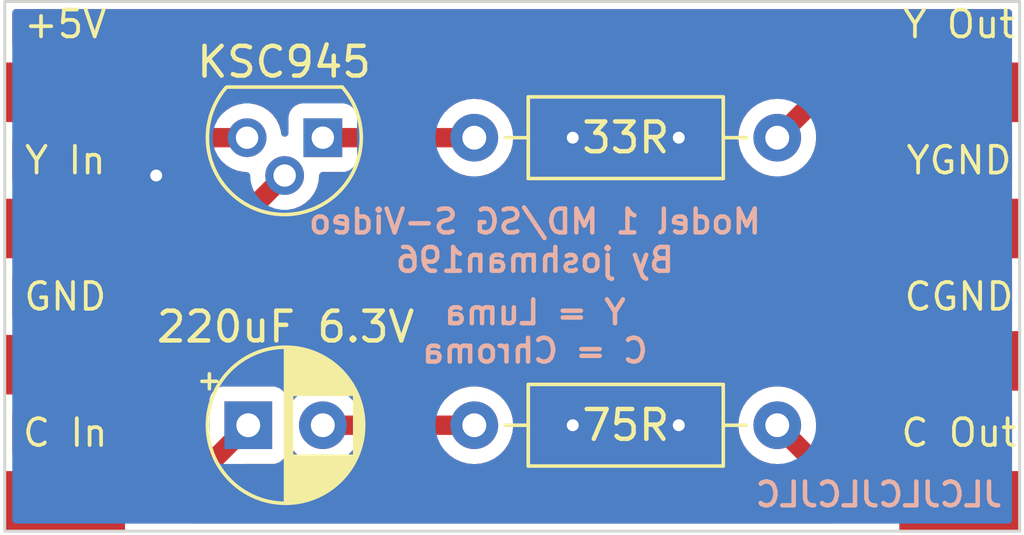
<source format=kicad_pcb>
(kicad_pcb (version 20221018) (generator pcbnew)
  (layers (0 "F.Cu" signal) (31 "B.Cu" signal) (34 "B.Paste" user) (35 "F.Paste" user) (36 "B.SilkS" user "B.Silkscreen") (37 "F.SilkS" user "F.Silkscreen") (38 "B.Mask" user) (39 "F.Mask" user) (44 "Edge.Cuts" user))
  (net 0 "")
  (net 1 "Net-(J2-Pin_1)")
  (net 2 "Net-(C1-Pad2)")
  (net 3 "Net-(J1-Pin_1)")
  (net 4 "Net-(J4-Pin_1)")
  (net 5 "Net-(J5-Pin_1)")
  (net 6 "+5V")
  (net 7 "Net-(Q2-E)")
  (net 8 "GND")
  (footprint "Package_TO_SOT_THT:TO-92L" (layer "F.Cu") (at 116.332 80.772 180)
    (fp_text reference "Q2" hide)
    (fp_text value "KSC945" (at 1.3 2.54 180) (layer "F.SilkS"))
    (fp_line (start -0.65 1.7) (end 3.2 1.7) (stroke (width 0.12)) (layer "F.SilkS"))
    (fp_arc (start -0.65 1.7) (mid 1.283448 -2.579449) (end 3.238611 1.690122) (stroke (width 0.12)) (layer "F.SilkS"))
    (pad "1" thru_hole rect (at 0 0 180) (size 1.3 1.3) (drill 0.75) (layers "*.Cu" "*.Mask") (net 7 "Net-(Q2-E)"))
    (pad "2" thru_hole circle (at 1.28 -1.27 180) (size 1.3 1.3) (drill 0.75) (layers "*.Cu" "*.Mask") (net 3 "Net-(J1-Pin_1)"))
    (pad "3" thru_hole circle (at 2.54 0 180) (size 1.3 1.3) (drill 0.75) (layers "*.Cu" "*.Mask") (net 6 "+5V"))
  )
  (footprint "Custom:SolderWirePad_1x01_SMD_2x4mm" (layer "F.Cu") (at 137.671 83.82 90)
    (fp_text reference "J8" hide)
    (fp_text value "YGND" (at 2.286 -0.003 180) (layer "F.SilkS") (effects (font (size 0.9 0.9) (thickness 0.125))))
    (pad "1" smd rect (at 0 -0.003 90) (size 2 4.006) (layers "F.Cu" "F.Paste" "F.Mask") (net 8 "GND"))
  )
  (footprint "Custom:SolderWirePad_1x01_SMD_2x4mm" (layer "F.Cu") (at 107.69 88.392 -90)
    (fp_text reference "J6" hide)
    (fp_text value "GND" (at -2.286 -0.006) (layer "F.SilkS") (effects (font (size 0.9 0.9) (thickness 0.125))))
    (pad "1" smd rect (at 0 -0.003 270) (size 2 4.006) (layers "F.Cu" "F.Paste" "F.Mask") (net 8 "GND"))
  )
  (footprint "Custom:SolderWirePad_1x01_SMD_2x4mm" (layer "F.Cu") (at 137.671 92.964 90)
    (fp_text reference "J5" hide)
    (fp_text value "C Out" (at 2.286 -0.003 180) (layer "F.SilkS") (effects (font (size 0.9 0.9) (thickness 0.125))))
    (pad "1" smd rect (at 0 -0.003 90) (size 2 4.006) (layers "F.Cu" "F.Paste" "F.Mask") (net 5 "Net-(J5-Pin_1)"))
  )
  (footprint "Custom:SolderWirePad_1x01_SMD_2x4mm" (layer "F.Cu") (at 107.693 92.964 -90)
    (fp_text reference "J2" hide)
    (fp_text value "C In" (at -2.286 -0.003 -180) (layer "F.SilkS") (effects (font (size 0.9 0.9) (thickness 0.125))))
    (pad "1" smd rect (at 0 -0.003 270) (size 2 4.006) (layers "F.Cu" "F.Paste" "F.Mask") (net 1 "Net-(J2-Pin_1)"))
  )
  (footprint "Custom:SolderWirePad_1x01_SMD_2x4mm" (layer "F.Cu") (at 137.671 79.248 90)
    (fp_text reference "J4" hide)
    (fp_text value "Y Out" (at 2.286 -0.003 180) (layer "F.SilkS") (effects (font (size 0.9 0.9) (thickness 0.125))))
    (pad "1" smd rect (at 0 -0.003 90) (size 2 4.006) (layers "F.Cu" "F.Paste" "F.Mask") (net 4 "Net-(J4-Pin_1)"))
  )
  (footprint "Capacitor_THT:CP_Radial_D5.0mm_P2.50mm" (layer "F.Cu") (at 113.832 90.424)
    (fp_text reference "C1" hide)
    (fp_text value "220uF 6.3V" (at 1.25 -3.302) (layer "F.SilkS"))
    (fp_line (start -1.554775 -1.475) (end -1.054775 -1.475) (stroke (width 0.12)) (layer "F.SilkS"))
    (fp_line (start -1.304775 -1.725) (end -1.304775 -1.225) (stroke (width 0.12)) (layer "F.SilkS"))
    (fp_line (start 1.25 -2.58) (end 1.25 2.58) (stroke (width 0.12)) (layer "F.SilkS"))
    (fp_line (start 1.29 -2.58) (end 1.29 2.58) (stroke (width 0.12)) (layer "F.SilkS"))
    (fp_line (start 1.33 -2.579) (end 1.33 2.579) (stroke (width 0.12)) (layer "F.SilkS"))
    (fp_line (start 1.37 -2.578) (end 1.37 2.578) (stroke (width 0.12)) (layer "F.SilkS"))
    (fp_line (start 1.41 -2.576) (end 1.41 2.576) (stroke (width 0.12)) (layer "F.SilkS"))
    (fp_line (start 1.45 -2.573) (end 1.45 2.573) (stroke (width 0.12)) (layer "F.SilkS"))
    (fp_line (start 1.49 -2.569) (end 1.49 -1.04) (stroke (width 0.12)) (layer "F.SilkS"))
    (fp_line (start 1.49 1.04) (end 1.49 2.569) (stroke (width 0.12)) (layer "F.SilkS"))
    (fp_line (start 1.53 -2.565) (end 1.53 -1.04) (stroke (width 0.12)) (layer "F.SilkS"))
    (fp_line (start 1.53 1.04) (end 1.53 2.565) (stroke (width 0.12)) (layer "F.SilkS"))
    (fp_line (start 1.57 -2.561) (end 1.57 -1.04) (stroke (width 0.12)) (layer "F.SilkS"))
    (fp_line (start 1.57 1.04) (end 1.57 2.561) (stroke (width 0.12)) (layer "F.SilkS"))
    (fp_line (start 1.61 -2.556) (end 1.61 -1.04) (stroke (width 0.12)) (layer "F.SilkS"))
    (fp_line (start 1.61 1.04) (end 1.61 2.556) (stroke (width 0.12)) (layer "F.SilkS"))
    (fp_line (start 1.65 -2.55) (end 1.65 -1.04) (stroke (width 0.12)) (layer "F.SilkS"))
    (fp_line (start 1.65 1.04) (end 1.65 2.55) (stroke (width 0.12)) (layer "F.SilkS"))
    (fp_line (start 1.69 -2.543) (end 1.69 -1.04) (stroke (width 0.12)) (layer "F.SilkS"))
    (fp_line (start 1.69 1.04) (end 1.69 2.543) (stroke (width 0.12)) (layer "F.SilkS"))
    (fp_line (start 1.73 -2.536) (end 1.73 -1.04) (stroke (width 0.12)) (layer "F.SilkS"))
    (fp_line (start 1.73 1.04) (end 1.73 2.536) (stroke (width 0.12)) (layer "F.SilkS"))
    (fp_line (start 1.77 -2.528) (end 1.77 -1.04) (stroke (width 0.12)) (layer "F.SilkS"))
    (fp_line (start 1.77 1.04) (end 1.77 2.528) (stroke (width 0.12)) (layer "F.SilkS"))
    (fp_line (start 1.81 -2.52) (end 1.81 -1.04) (stroke (width 0.12)) (layer "F.SilkS"))
    (fp_line (start 1.81 1.04) (end 1.81 2.52) (stroke (width 0.12)) (layer "F.SilkS"))
    (fp_line (start 1.85 -2.511) (end 1.85 -1.04) (stroke (width 0.12)) (layer "F.SilkS"))
    (fp_line (start 1.85 1.04) (end 1.85 2.511) (stroke (width 0.12)) (layer "F.SilkS"))
    (fp_line (start 1.89 -2.501) (end 1.89 -1.04) (stroke (width 0.12)) (layer "F.SilkS"))
    (fp_line (start 1.89 1.04) (end 1.89 2.501) (stroke (width 0.12)) (layer "F.SilkS"))
    (fp_line (start 1.93 -2.491) (end 1.93 -1.04) (stroke (width 0.12)) (layer "F.SilkS"))
    (fp_line (start 1.93 1.04) (end 1.93 2.491) (stroke (width 0.12)) (layer "F.SilkS"))
    (fp_line (start 1.971 -2.48) (end 1.971 -1.04) (stroke (width 0.12)) (layer "F.SilkS"))
    (fp_line (start 1.971 1.04) (end 1.971 2.48) (stroke (width 0.12)) (layer "F.SilkS"))
    (fp_line (start 2.011 -2.468) (end 2.011 -1.04) (stroke (width 0.12)) (layer "F.SilkS"))
    (fp_line (start 2.011 1.04) (end 2.011 2.468) (stroke (width 0.12)) (layer "F.SilkS"))
    (fp_line (start 2.051 -2.455) (end 2.051 -1.04) (stroke (width 0.12)) (layer "F.SilkS"))
    (fp_line (start 2.051 1.04) (end 2.051 2.455) (stroke (width 0.12)) (layer "F.SilkS"))
    (fp_line (start 2.091 -2.442) (end 2.091 -1.04) (stroke (width 0.12)) (layer "F.SilkS"))
    (fp_line (start 2.091 1.04) (end 2.091 2.442) (stroke (width 0.12)) (layer "F.SilkS"))
    (fp_line (start 2.131 -2.428) (end 2.131 -1.04) (stroke (width 0.12)) (layer "F.SilkS"))
    (fp_line (start 2.131 1.04) (end 2.131 2.428) (stroke (width 0.12)) (layer "F.SilkS"))
    (fp_line (start 2.171 -2.414) (end 2.171 -1.04) (stroke (width 0.12)) (layer "F.SilkS"))
    (fp_line (start 2.171 1.04) (end 2.171 2.414) (stroke (width 0.12)) (layer "F.SilkS"))
    (fp_line (start 2.211 -2.398) (end 2.211 -1.04) (stroke (width 0.12)) (layer "F.SilkS"))
    (fp_line (start 2.211 1.04) (end 2.211 2.398) (stroke (width 0.12)) (layer "F.SilkS"))
    (fp_line (start 2.251 -2.382) (end 2.251 -1.04) (stroke (width 0.12)) (layer "F.SilkS"))
    (fp_line (start 2.251 1.04) (end 2.251 2.382) (stroke (width 0.12)) (layer "F.SilkS"))
    (fp_line (start 2.291 -2.365) (end 2.291 -1.04) (stroke (width 0.12)) (layer "F.SilkS"))
    (fp_line (start 2.291 1.04) (end 2.291 2.365) (stroke (width 0.12)) (layer "F.SilkS"))
    (fp_line (start 2.331 -2.348) (end 2.331 -1.04) (stroke (width 0.12)) (layer "F.SilkS"))
    (fp_line (start 2.331 1.04) (end 2.331 2.348) (stroke (width 0.12)) (layer "F.SilkS"))
    (fp_line (start 2.371 -2.329) (end 2.371 -1.04) (stroke (width 0.12)) (layer "F.SilkS"))
    (fp_line (start 2.371 1.04) (end 2.371 2.329) (stroke (width 0.12)) (layer "F.SilkS"))
    (fp_line (start 2.411 -2.31) (end 2.411 -1.04) (stroke (width 0.12)) (layer "F.SilkS"))
    (fp_line (start 2.411 1.04) (end 2.411 2.31) (stroke (width 0.12)) (layer "F.SilkS"))
    (fp_line (start 2.451 -2.29) (end 2.451 -1.04) (stroke (width 0.12)) (layer "F.SilkS"))
    (fp_line (start 2.451 1.04) (end 2.451 2.29) (stroke (width 0.12)) (layer "F.SilkS"))
    (fp_line (start 2.491 -2.268) (end 2.491 -1.04) (stroke (width 0.12)) (layer "F.SilkS"))
    (fp_line (start 2.491 1.04) (end 2.491 2.268) (stroke (width 0.12)) (layer "F.SilkS"))
    (fp_line (start 2.531 -2.247) (end 2.531 -1.04) (stroke (width 0.12)) (layer "F.SilkS"))
    (fp_line (start 2.531 1.04) (end 2.531 2.247) (stroke (width 0.12)) (layer "F.SilkS"))
    (fp_line (start 2.571 -2.224) (end 2.571 -1.04) (stroke (width 0.12)) (layer "F.SilkS"))
    (fp_line (start 2.571 1.04) (end 2.571 2.224) (stroke (width 0.12)) (layer "F.SilkS"))
    (fp_line (start 2.611 -2.2) (end 2.611 -1.04) (stroke (width 0.12)) (layer "F.SilkS"))
    (fp_line (start 2.611 1.04) (end 2.611 2.2) (stroke (width 0.12)) (layer "F.SilkS"))
    (fp_line (start 2.651 -2.175) (end 2.651 -1.04) (stroke (width 0.12)) (layer "F.SilkS"))
    (fp_line (start 2.651 1.04) (end 2.651 2.175) (stroke (width 0.12)) (layer "F.SilkS"))
    (fp_line (start 2.691 -2.149) (end 2.691 -1.04) (stroke (width 0.12)) (layer "F.SilkS"))
    (fp_line (start 2.691 1.04) (end 2.691 2.149) (stroke (width 0.12)) (layer "F.SilkS"))
    (fp_line (start 2.731 -2.122) (end 2.731 -1.04) (stroke (width 0.12)) (layer "F.SilkS"))
    (fp_line (start 2.731 1.04) (end 2.731 2.122) (stroke (width 0.12)) (layer "F.SilkS"))
    (fp_line (start 2.771 -2.095) (end 2.771 -1.04) (stroke (width 0.12)) (layer "F.SilkS"))
    (fp_line (start 2.771 1.04) (end 2.771 2.095) (stroke (width 0.12)) (layer "F.SilkS"))
    (fp_line (start 2.811 -2.065) (end 2.811 -1.04) (stroke (width 0.12)) (layer "F.SilkS"))
    (fp_line (start 2.811 1.04) (end 2.811 2.065) (stroke (width 0.12)) (layer "F.SilkS"))
    (fp_line (start 2.851 -2.035) (end 2.851 -1.04) (stroke (width 0.12)) (layer "F.SilkS"))
    (fp_line (start 2.851 1.04) (end 2.851 2.035) (stroke (width 0.12)) (layer "F.SilkS"))
    (fp_line (start 2.891 -2.004) (end 2.891 -1.04) (stroke (width 0.12)) (layer "F.SilkS"))
    (fp_line (start 2.891 1.04) (end 2.891 2.004) (stroke (width 0.12)) (layer "F.SilkS"))
    (fp_line (start 2.931 -1.971) (end 2.931 -1.04) (stroke (width 0.12)) (layer "F.SilkS"))
    (fp_line (start 2.931 1.04) (end 2.931 1.971) (stroke (width 0.12)) (layer "F.SilkS"))
    (fp_line (start 2.971 -1.937) (end 2.971 -1.04) (stroke (width 0.12)) (layer "F.SilkS"))
    (fp_line (start 2.971 1.04) (end 2.971 1.937) (stroke (width 0.12)) (layer "F.SilkS"))
    (fp_line (start 3.011 -1.901) (end 3.011 -1.04) (stroke (width 0.12)) (layer "F.SilkS"))
    (fp_line (start 3.011 1.04) (end 3.011 1.901) (stroke (width 0.12)) (layer "F.SilkS"))
    (fp_line (start 3.051 -1.864) (end 3.051 -1.04) (stroke (width 0.12)) (layer "F.SilkS"))
    (fp_line (start 3.051 1.04) (end 3.051 1.864) (stroke (width 0.12)) (layer "F.SilkS"))
    (fp_line (start 3.091 -1.826) (end 3.091 -1.04) (stroke (width 0.12)) (layer "F.SilkS"))
    (fp_line (start 3.091 1.04) (end 3.091 1.826) (stroke (width 0.12)) (layer "F.SilkS"))
    (fp_line (start 3.131 -1.785) (end 3.131 -1.04) (stroke (width 0.12)) (layer "F.SilkS"))
    (fp_line (start 3.131 1.04) (end 3.131 1.785) (stroke (width 0.12)) (layer "F.SilkS"))
    (fp_line (start 3.171 -1.743) (end 3.171 -1.04) (stroke (width 0.12)) (layer "F.SilkS"))
    (fp_line (start 3.171 1.04) (end 3.171 1.743) (stroke (width 0.12)) (layer "F.SilkS"))
    (fp_line (start 3.211 -1.699) (end 3.211 -1.04) (stroke (width 0.12)) (layer "F.SilkS"))
    (fp_line (start 3.211 1.04) (end 3.211 1.699) (stroke (width 0.12)) (layer "F.SilkS"))
    (fp_line (start 3.251 -1.653) (end 3.251 -1.04) (stroke (width 0.12)) (layer "F.SilkS"))
    (fp_line (start 3.251 1.04) (end 3.251 1.653) (stroke (width 0.12)) (layer "F.SilkS"))
    (fp_line (start 3.291 -1.605) (end 3.291 -1.04) (stroke (width 0.12)) (layer "F.SilkS"))
    (fp_line (start 3.291 1.04) (end 3.291 1.605) (stroke (width 0.12)) (layer "F.SilkS"))
    (fp_line (start 3.331 -1.554) (end 3.331 -1.04) (stroke (width 0.12)) (layer "F.SilkS"))
    (fp_line (start 3.331 1.04) (end 3.331 1.554) (stroke (width 0.12)) (layer "F.SilkS"))
    (fp_line (start 3.371 -1.5) (end 3.371 -1.04) (stroke (width 0.12)) (layer "F.SilkS"))
    (fp_line (start 3.371 1.04) (end 3.371 1.5) (stroke (width 0.12)) (layer "F.SilkS"))
    (fp_line (start 3.411 -1.443) (end 3.411 -1.04) (stroke (width 0.12)) (layer "F.SilkS"))
    (fp_line (start 3.411 1.04) (end 3.411 1.443) (stroke (width 0.12)) (layer "F.SilkS"))
    (fp_line (start 3.451 -1.383) (end 3.451 -1.04) (stroke (width 0.12)) (layer "F.SilkS"))
    (fp_line (start 3.451 1.04) (end 3.451 1.383) (stroke (width 0.12)) (layer "F.SilkS"))
    (fp_line (start 3.491 -1.319) (end 3.491 -1.04) (stroke (width 0.12)) (layer "F.SilkS"))
    (fp_line (start 3.491 1.04) (end 3.491 1.319) (stroke (width 0.12)) (layer "F.SilkS"))
    (fp_line (start 3.531 -1.251) (end 3.531 -1.04) (stroke (width 0.12)) (layer "F.SilkS"))
    (fp_line (start 3.531 1.04) (end 3.531 1.251) (stroke (width 0.12)) (layer "F.SilkS"))
    (fp_line (start 3.571 -1.178) (end 3.571 1.178) (stroke (width 0.12)) (layer "F.SilkS"))
    (fp_line (start 3.611 -1.098) (end 3.611 1.098) (stroke (width 0.12)) (layer "F.SilkS"))
    (fp_line (start 3.651 -1.011) (end 3.651 1.011) (stroke (width 0.12)) (layer "F.SilkS"))
    (fp_line (start 3.691 -0.915) (end 3.691 0.915) (stroke (width 0.12)) (layer "F.SilkS"))
    (fp_line (start 3.731 -0.805) (end 3.731 0.805) (stroke (width 0.12)) (layer "F.SilkS"))
    (fp_line (start 3.771 -0.677) (end 3.771 0.677) (stroke (width 0.12)) (layer "F.SilkS"))
    (fp_line (start 3.811 -0.518) (end 3.811 0.518) (stroke (width 0.12)) (layer "F.SilkS"))
    (fp_line (start 3.851 -0.284) (end 3.851 0.284) (stroke (width 0.12)) (layer "F.SilkS"))
    (fp_circle (center 1.25 0) (end 3.87 0) (stroke (width 0.12)) (fill none) (layer "F.SilkS"))
    (pad "1" thru_hole rect (at 0 0) (size 1.6 1.6) (drill 0.8) (layers "*.Cu" "*.Mask") (net 1 "Net-(J2-Pin_1)"))
    (pad "2" thru_hole circle (at 2.5 0) (size 1.6 1.6) (drill 0.8) (layers "*.Cu" "*.Mask") (net 2 "Net-(C1-Pad2)"))
  )
  (footprint "Custom:SolderWirePad_1x01_SMD_2x4mm" (layer "F.Cu") (at 137.674 88.265 90)
    (fp_text reference "J7" hide)
    (fp_text value "CGND" (at 2.159 -0.006 180) (layer "F.SilkS") (effects (font (size 0.9 0.9) (thickness 0.125))))
    (pad "1" smd rect (at 0 -0.003 90) (size 2 4.006) (layers "F.Cu" "F.Paste" "F.Mask") (net 8 "GND"))
  )
  (footprint "Custom:SolderWirePad_1x01_SMD_2x4mm" (layer "F.Cu") (at 107.693 79.248 -90)
    (fp_text reference "J3" hide)
    (fp_text value "+5V" (at -2.286 -0.003 -180) (layer "F.SilkS") (effects (font (size 0.9 0.9) (thickness 0.125))))
    (pad "1" smd rect (at 0 -0.003 270) (size 2 4.006) (layers "F.Cu" "F.Paste" "F.Mask") (net 6 "+5V"))
  )
  (footprint "Resistor_THT:R_Axial_DIN0207_L6.3mm_D2.5mm_P10.16mm_Horizontal" (layer "F.Cu") (at 121.412 80.772)
    (fp_text reference "R2" hide)
    (fp_text value "33R" (at 5.08 0) (layer "F.SilkS"))
    (fp_line (start 1.04 0) (end 1.81 0) (stroke (width 0.12)) (layer "F.SilkS"))
    (fp_line (start 1.81 -1.37) (end 1.81 1.37) (stroke (width 0.12)) (layer "F.SilkS"))
    (fp_line (start 1.81 1.37) (end 8.35 1.37) (stroke (width 0.12)) (layer "F.SilkS"))
    (fp_line (start 8.35 -1.37) (end 1.81 -1.37) (stroke (width 0.12)) (layer "F.SilkS"))
    (fp_line (start 8.35 1.37) (end 8.35 -1.37) (stroke (width 0.12)) (layer "F.SilkS"))
    (fp_line (start 9.12 0) (end 8.35 0) (stroke (width 0.12)) (layer "F.SilkS"))
    (pad "1" thru_hole circle (at 0 0) (size 1.6 1.6) (drill 0.8) (layers "*.Cu" "*.Mask") (net 7 "Net-(Q2-E)"))
    (pad "2" thru_hole oval (at 10.16 0) (size 1.6 1.6) (drill 0.8) (layers "*.Cu" "*.Mask") (net 4 "Net-(J4-Pin_1)"))
  )
  (footprint "Resistor_THT:R_Axial_DIN0207_L6.3mm_D2.5mm_P10.16mm_Horizontal" (layer "F.Cu") (at 121.412 90.424)
    (fp_text reference "R1" hide)
    (fp_text value "75R" (at 5.08 0) (layer "F.SilkS"))
    (fp_line (start 1.04 0) (end 1.81 0) (stroke (width 0.12)) (layer "F.SilkS"))
    (fp_line (start 1.81 -1.37) (end 1.81 1.37) (stroke (width 0.12)) (layer "F.SilkS"))
    (fp_line (start 1.81 1.37) (end 8.35 1.37) (stroke (width 0.12)) (layer "F.SilkS"))
    (fp_line (start 8.35 -1.37) (end 1.81 -1.37) (stroke (width 0.12)) (layer "F.SilkS"))
    (fp_line (start 8.35 1.37) (end 8.35 -1.37) (stroke (width 0.12)) (layer "F.SilkS"))
    (fp_line (start 9.12 0) (end 8.35 0) (stroke (width 0.12)) (layer "F.SilkS"))
    (pad "1" thru_hole circle (at 0 0) (size 1.6 1.6) (drill 0.8) (layers "*.Cu" "*.Mask") (net 2 "Net-(C1-Pad2)"))
    (pad "2" thru_hole oval (at 10.16 0) (size 1.6 1.6) (drill 0.8) (layers "*.Cu" "*.Mask") (net 5 "Net-(J5-Pin_1)"))
  )
  (footprint "Custom:SolderWirePad_1x01_SMD_2x4mm" (layer "F.Cu") (at 107.693 83.82 -90)
    (fp_text reference "J1" hide)
    (fp_text value "Y In" (at -2.286 -0.003 -180) (layer "F.SilkS") (effects (font (size 0.9 0.9) (thickness 0.125))))
    (pad "1" smd rect (at 0 -0.003 270) (size 2 4.006) (layers "F.Cu" "F.Paste" "F.Mask") (net 3 "Net-(J1-Pin_1)"))
  )
  (gr_rect (start 105.664 76.2) (end 139.7 93.98) (stroke (width 0.1)) (fill none) (layer "Edge.Cuts"))
  (gr_text "Y = Luma\nC = Chroma" (at 123.444 88.392) (layer "B.SilkS") (effects (font (size 0.8 0.8) (thickness 0.15) bold) (justify bottom mirror)))
  (gr_text "JLCJLCJLCJLC" (at 139.192 93.218) (layer "B.SilkS") (effects (font (size 0.8 0.8) (thickness 0.15) bold) (justify left bottom mirror)))
  (gr_text "Model 1 MD/SG S-Video\nBy joshman196\n" (at 123.444 85.344) (layer "B.SilkS") (effects (font (size 0.8 0.8) (thickness 0.15) bold) (justify bottom mirror)))
  (segment (start 107.696 92.964) (end 111.292 92.964) (width 0.65) (layer "F.Cu") (net 1))
  (segment (start 111.292 92.964) (end 113.832 90.424) (width 0.65) (layer "F.Cu") (net 1))
  (segment (start 116.332 90.424) (end 121.412 90.424) (width 0.65) (layer "F.Cu") (net 2))
  (segment (start 107.696 83.82) (end 113.274 83.82) (width 0.65) (layer "F.Cu") (net 3))
  (segment (start 113.274 83.82) (end 115.052 82.042) (width 0.65) (layer "F.Cu") (net 3))
  (segment (start 131.572 80.772) (end 133.096 79.248) (width 0.65) (layer "F.Cu") (net 4))
  (segment (start 133.096 79.248) (end 137.668 79.248) (width 0.65) (layer "F.Cu") (net 4))
  (segment (start 134.112 92.964) (end 137.668 92.964) (width 0.65) (layer "F.Cu") (net 5))
  (segment (start 131.572 90.424) (end 134.112 92.964) (width 0.65) (layer "F.Cu") (net 5))
  (segment (start 110.236 79.248) (end 111.76 80.772) (width 0.65) (layer "F.Cu") (net 6))
  (segment (start 107.696 79.248) (end 110.236 79.248) (width 0.65) (layer "F.Cu") (net 6))
  (segment (start 111.76 80.772) (end 113.792 80.772) (width 0.65) (layer "F.Cu") (net 6))
  (segment (start 116.332 80.772) (end 121.412 80.772) (width 0.65) (layer "F.Cu") (net 7))
  (via (at 124.714 80.772) (size 0.8) (drill 0.4) (layers "F.Cu" "B.Cu") (net 8))
  (via (at 110.744 82.042) (size 0.8) (drill 0.4) (layers "F.Cu" "B.Cu") (net 8))
  (via (at 128.27 80.772) (size 0.8) (drill 0.4) (layers "F.Cu" "B.Cu") (net 8))
  (via (at 128.27 90.424) (size 0.8) (drill 0.4) (layers "F.Cu" "B.Cu") (net 8))
  (via (at 124.714 90.424) (size 0.8) (drill 0.4) (layers "F.Cu" "B.Cu") (net 8))
  (zone (net 8) (net_name "GND") (layers "F&B.Cu") (connect_pads (clearance 0.5)) (min_thickness 0.25) (fill yes (thermal_gap 0.5) (thermal_bridge_width 0.5))
    (polygon (pts (xy 105.918 76.454) (xy 105.918 93.726) (xy 139.446 93.726) (xy 139.446 76.454)))
  )
)
</source>
